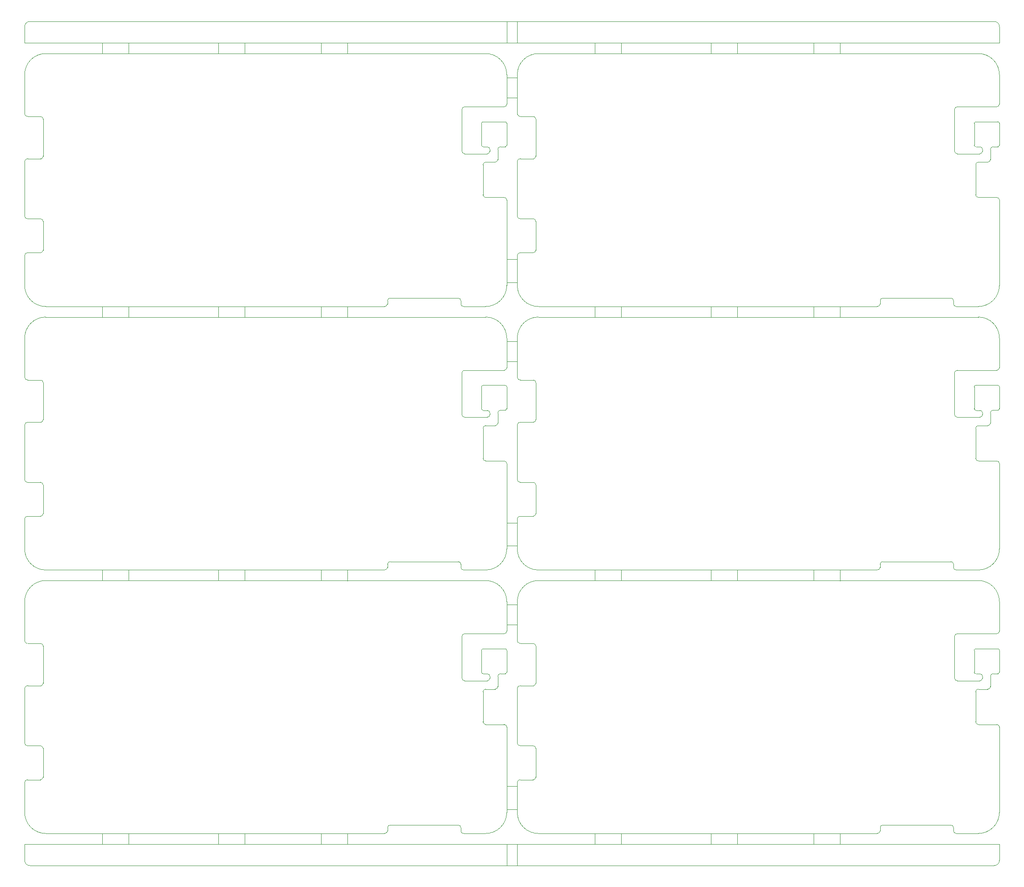
<source format=gko>
*
%FSLAX26Y26*%
%MOIN*%
%ADD10C,0.004000*%
%ADD11C,0.003937*%
%IPPOS*%
%LNsz06c02807a0.gko*%
%LPD*%
G75*
G54D10*
X2728340Y303144D02*
G03X2708660Y283464I5J-19685D01*
X2685040Y240154D02*
G03X2708660Y259844I1970J21650D01*
X3255900D02*
G03X3275590Y240154I19690J0D01*
X3255900Y283464D02*
G03X3236220Y303144I-19685J-5D01*
X3551180Y1434164D02*
G03X3531490Y1413384I545J-20235D01*
X118110Y641724D02*
G03X137790Y661414I-5J19685D01*
X20730Y641724D02*
G03X0Y622044I-520J-20210D01*
X3263770Y1401174D02*
G03X3283460Y1381494I19685J5D01*
X3452750D02*
G03X3472440Y1401174I0J19690D01*
Y1413384D02*
G03X3452750Y1433154I-19730J40D01*
X3511810Y1318514D02*
G03X3531490Y1338184I5J19675D01*
X3598420Y1608354D02*
G03X3586610Y1620174I-11815J5D01*
X3586480Y1434154D02*
G03X3598290Y1445964I0J11810D01*
X3410480Y1445154D02*
G03X3422290Y1433344I11810J0D01*
X3422330Y1620174D02*
G03X3410520Y1608354I0J-11810D01*
X3440940Y1318514D02*
G03X3421250Y1299204I-190J-19500D01*
X3283460Y1732284D02*
G03X3263770Y1712594I0J-19690D01*
X3578740Y1732284D02*
G03X3598420Y1751964I-5J19685D01*
Y1972434D02*
G03X3440940Y2129914I-157480J0D01*
Y240154D02*
G03X3598420Y397634I0J157480D01*
X157480Y2129914D02*
G03X0Y1972434I0J-157480D01*
Y397634D02*
G03X157480Y240154I157480J-0D01*
X137790Y875154D02*
G03X118110Y895884I-20210J520D01*
X137790Y1639764D02*
G03X122040Y1659444I-17716J1964D01*
Y1344484D02*
G03X137790Y1364174I-1970J17720D01*
X23620Y1344484D02*
G03X0Y1324804I-1970J-21650D01*
Y1679134D02*
G03X23620Y1659444I21656J1965D01*
X0Y915674D02*
G03X19630Y896044I19630J-0D01*
X3598420Y1035364D02*
G03X3578740Y1055054I-19690J0D01*
X3421250Y1074804D02*
G03X3440940Y1055114I19690J0D01*
X2708660Y259844D02*
G01Y283464D01*
X3255900Y259844D02*
Y283464D01*
X20730Y641724D02*
X118110D01*
X3551180Y1434164D02*
X3588470D01*
X3283460Y1381494D02*
X3452750D01*
X3440940Y1318514D02*
X3511810D01*
X3472440Y1401174D02*
Y1413384D01*
X3531490Y1338184D02*
Y1413384D01*
X3424210Y1433154D02*
X3452750D01*
X3410520Y1446154D02*
Y1608354D01*
X3598420Y1446154D02*
Y1608354D01*
X137790Y1364174D02*
Y1639764D01*
X0Y915674D02*
Y1324804D01*
X19630Y895884D02*
X118110D01*
X137790Y661414D02*
Y876214D01*
X3422330Y1620174D02*
X3584740D01*
X3283460Y1732284D02*
X3578740D01*
X0Y1679134D02*
Y1972434D01*
X157480Y2129914D02*
X3440940D01*
X23620Y1659444D02*
X122040D01*
X23620Y1344484D02*
X122040D01*
X0Y397634D02*
Y622044D01*
X157480Y240154D02*
X2685040D01*
X3598420Y397634D02*
Y1035434D01*
X3440940Y1055114D02*
X3578740D01*
X3421250Y1074804D02*
Y1299204D01*
X3598420Y1751964D02*
Y1972434D01*
X2728340Y303144D02*
X3236220D01*
X3275590Y240154D02*
X3440940D01*
X3263770Y1401174D02*
Y1712594D01*
X2728340Y2271644D02*
G03X2708660Y2251964I5J-19685D01*
X2685040Y2208654D02*
G03X2708660Y2228344I1970J21650D01*
X3255900D02*
G03X3275590Y2208654I19690J0D01*
X3255900Y2251964D02*
G03X3236220Y2271644I-19685J-5D01*
X3551180Y3402664D02*
G03X3531490Y3381884I545J-20235D01*
X118110Y2610224D02*
G03X137790Y2629914I-5J19685D01*
X20730Y2610224D02*
G03X0Y2590544I-520J-20210D01*
X3263770Y3369674D02*
G03X3283460Y3349994I19685J5D01*
X3452750D02*
G03X3472440Y3369674I0J19690D01*
Y3381884D02*
G03X3452750Y3401654I-19730J40D01*
X3511810Y3287014D02*
G03X3531490Y3306684I5J19675D01*
X3598420Y3576854D02*
G03X3586610Y3588674I-11815J5D01*
X3586480Y3402654D02*
G03X3598290Y3414464I0J11810D01*
X3410480Y3413654D02*
G03X3422290Y3401844I11810J0D01*
X3422330Y3588674D02*
G03X3410520Y3576854I0J-11810D01*
X3440940Y3287014D02*
G03X3421250Y3267704I-190J-19500D01*
X3283460Y3700784D02*
G03X3263770Y3681094I0J-19690D01*
X3578740Y3700784D02*
G03X3598420Y3720464I-5J19685D01*
Y3940934D02*
G03X3440940Y4098414I-157480J0D01*
Y2208654D02*
G03X3598420Y2366134I0J157480D01*
X157480Y4098414D02*
G03X0Y3940934I0J-157480D01*
Y2366134D02*
G03X157480Y2208654I157480J-0D01*
X137790Y2843654D02*
G03X118110Y2864384I-20210J520D01*
X137790Y3608264D02*
G03X122040Y3627944I-17716J1964D01*
Y3312984D02*
G03X137790Y3332674I-1970J17720D01*
X23620Y3312984D02*
G03X0Y3293304I-1970J-21650D01*
Y3647634D02*
G03X23620Y3627944I21656J1965D01*
X0Y2884174D02*
G03X19630Y2864544I19630J-0D01*
X3598420Y3003864D02*
G03X3578740Y3023554I-19690J0D01*
X3421250Y3043304D02*
G03X3440940Y3023614I19690J0D01*
X2708660Y2228344D02*
G01Y2251964D01*
X3255900Y2228344D02*
Y2251964D01*
X20730Y2610224D02*
X118110D01*
X3551180Y3402664D02*
X3588470D01*
X3283460Y3349994D02*
X3452750D01*
X3440940Y3287014D02*
X3511810D01*
X3472440Y3369674D02*
Y3381884D01*
X3531490Y3306684D02*
Y3381884D01*
X3424210Y3401654D02*
X3452750D01*
X3410520Y3414654D02*
Y3576854D01*
X3598420Y3414654D02*
Y3576854D01*
X137790Y3332674D02*
Y3608264D01*
X0Y2884174D02*
Y3293304D01*
X19630Y2864384D02*
X118110D01*
X137790Y2629914D02*
Y2844714D01*
X3422330Y3588674D02*
X3584740D01*
X3283460Y3700784D02*
X3578740D01*
X0Y3647634D02*
Y3940934D01*
X157480Y4098414D02*
X3440940D01*
X23620Y3627944D02*
X122040D01*
X23620Y3312984D02*
X122040D01*
X0Y2366134D02*
Y2590544D01*
X157480Y2208654D02*
X2685040D01*
X3598420Y2366134D02*
Y3003934D01*
X3440940Y3023614D02*
X3578740D01*
X3421250Y3043304D02*
Y3267704D01*
X3598420Y3720464D02*
Y3940934D01*
X2728340Y2271644D02*
X3236220D01*
X3275590Y2208654D02*
X3440940D01*
X3263770Y3369674D02*
Y3681094D01*
X2728340Y4240145D02*
G03X2708660Y4220465I5J-19685D01*
X2685040Y4177155D02*
G03X2708660Y4196845I1970J21650D01*
X3255900D02*
G03X3275590Y4177155I19690J0D01*
X3255900Y4220465D02*
G03X3236220Y4240145I-19685J-5D01*
X3551180Y5371165D02*
G03X3531490Y5350385I545J-20235D01*
X118110Y4578725D02*
G03X137790Y4598415I-5J19685D01*
X20730Y4578725D02*
G03X0Y4559045I-520J-20210D01*
X3263770Y5338175D02*
G03X3283460Y5318495I19685J5D01*
X3452750D02*
G03X3472440Y5338175I0J19690D01*
Y5350385D02*
G03X3452750Y5370155I-19730J40D01*
X3511810Y5255515D02*
G03X3531490Y5275185I5J19675D01*
X3598420Y5545355D02*
G03X3586610Y5557175I-11815J5D01*
X3586480Y5371155D02*
G03X3598290Y5382965I0J11810D01*
X3410480Y5382155D02*
G03X3422290Y5370345I11810J0D01*
X3422330Y5557175D02*
G03X3410520Y5545355I0J-11810D01*
X3440940Y5255515D02*
G03X3421250Y5236205I-190J-19500D01*
X3283460Y5669285D02*
G03X3263770Y5649595I0J-19690D01*
X3578740Y5669285D02*
G03X3598420Y5688965I-5J19685D01*
Y5909435D02*
G03X3440940Y6066915I-157480J0D01*
Y4177155D02*
G03X3598420Y4334635I0J157480D01*
X157480Y6066915D02*
G03X0Y5909435I0J-157480D01*
Y4334635D02*
G03X157480Y4177155I157480J-0D01*
X137790Y4812155D02*
G03X118110Y4832885I-20210J520D01*
X137790Y5576765D02*
G03X122040Y5596445I-17716J1964D01*
Y5281485D02*
G03X137790Y5301175I-1970J17720D01*
X23620Y5281485D02*
G03X0Y5261805I-1970J-21650D01*
Y5616135D02*
G03X23620Y5596445I21656J1965D01*
X0Y4852675D02*
G03X19630Y4833045I19630J-0D01*
X3598420Y4972365D02*
G03X3578740Y4992055I-19690J0D01*
X3421250Y5011805D02*
G03X3440940Y4992115I19690J0D01*
X2708660Y4196845D02*
G01Y4220465D01*
X3255900Y4196845D02*
Y4220465D01*
X20730Y4578725D02*
X118110D01*
X3551180Y5371165D02*
X3588470D01*
X3283460Y5318495D02*
X3452750D01*
X3440940Y5255515D02*
X3511810D01*
X3472440Y5338175D02*
Y5350385D01*
X3531490Y5275185D02*
Y5350385D01*
X3424210Y5370155D02*
X3452750D01*
X3410520Y5383155D02*
Y5545355D01*
X3598420Y5383155D02*
Y5545355D01*
X137790Y5301175D02*
Y5576765D01*
X0Y4852675D02*
Y5261805D01*
X19630Y4832885D02*
X118110D01*
X137790Y4598415D02*
Y4813215D01*
X3422330Y5557175D02*
X3584740D01*
X3283460Y5669285D02*
X3578740D01*
X0Y5616135D02*
Y5909435D01*
X157480Y6066915D02*
X3440940D01*
X23620Y5596445D02*
X122040D01*
X23620Y5281485D02*
X122040D01*
X0Y4334635D02*
Y4559045D01*
X157480Y4177155D02*
X2685040D01*
X3598420Y4334635D02*
Y4972435D01*
X3440940Y4992115D02*
X3578740D01*
X3421250Y5011805D02*
Y5236205D01*
X3598420Y5688965D02*
Y5909435D01*
X2728340Y4240145D02*
X3236220D01*
X3275590Y4177155D02*
X3440940D01*
X3263770Y5338175D02*
Y5649595D01*
X6405500Y303144D02*
G03X6385820Y283464I5J-19685D01*
X6362200Y240154D02*
G03X6385820Y259844I1970J21650D01*
X6933060D02*
G03X6952750Y240154I19690J0D01*
X6933060Y283464D02*
G03X6913380Y303144I-19685J-5D01*
X7228340Y1434164D02*
G03X7208650Y1413384I545J-20235D01*
X3795270Y641724D02*
G03X3814950Y661414I-5J19685D01*
X3697890Y641724D02*
G03X3677160Y622044I-520J-20210D01*
X6940930Y1401174D02*
G03X6960620Y1381494I19685J5D01*
X7129910D02*
G03X7149600Y1401174I0J19690D01*
Y1413384D02*
G03X7129910Y1433154I-19730J40D01*
X7188970Y1318514D02*
G03X7208650Y1338184I5J19675D01*
X7275580Y1608354D02*
G03X7263770Y1620174I-11815J5D01*
X7263640Y1434154D02*
G03X7275450Y1445964I0J11810D01*
X7087640Y1445154D02*
G03X7099450Y1433344I11810J0D01*
X7099490Y1620174D02*
G03X7087680Y1608354I0J-11810D01*
X7118100Y1318514D02*
G03X7098410Y1299204I-190J-19500D01*
X6960620Y1732284D02*
G03X6940930Y1712594I0J-19690D01*
X7255900Y1732284D02*
G03X7275580Y1751964I-5J19685D01*
Y1972434D02*
G03X7118100Y2129914I-157480J0D01*
Y240154D02*
G03X7275580Y397634I0J157480D01*
X3834640Y2129914D02*
G03X3677160Y1972434I0J-157480D01*
Y397634D02*
G03X3834640Y240154I157480J-0D01*
X3814950Y875154D02*
G03X3795270Y895884I-20210J520D01*
X3814950Y1639764D02*
G03X3799200Y1659444I-17716J1964D01*
Y1344484D02*
G03X3814950Y1364174I-1970J17720D01*
X3700780Y1344484D02*
G03X3677160Y1324804I-1970J-21650D01*
Y1679134D02*
G03X3700780Y1659444I21656J1965D01*
X3677160Y915674D02*
G03X3696790Y896044I19630J-0D01*
X7275580Y1035364D02*
G03X7255900Y1055054I-19690J0D01*
X7098410Y1074804D02*
G03X7118100Y1055114I19690J0D01*
X6385820Y259844D02*
G01Y283464D01*
X6933060Y259844D02*
Y283464D01*
X3697890Y641724D02*
X3795270D01*
X7228340Y1434164D02*
X7265630D01*
X6960620Y1381494D02*
X7129910D01*
X7118100Y1318514D02*
X7188970D01*
X7149600Y1401174D02*
Y1413384D01*
X7208650Y1338184D02*
Y1413384D01*
X7101370Y1433154D02*
X7129910D01*
X7087680Y1446154D02*
Y1608354D01*
X7275580Y1446154D02*
Y1608354D01*
X3814950Y1364174D02*
Y1639764D01*
X3677160Y915674D02*
Y1324804D01*
X3696790Y895884D02*
X3795270D01*
X3814950Y661414D02*
Y876214D01*
X7099490Y1620174D02*
X7261900D01*
X6960620Y1732284D02*
X7255900D01*
X3677160Y1679134D02*
Y1972434D01*
X3834640Y2129914D02*
X7118100D01*
X3700780Y1659444D02*
X3799200D01*
X3700780Y1344484D02*
X3799200D01*
X3677160Y397634D02*
Y622044D01*
X3834640Y240154D02*
X6362200D01*
X7275580Y397634D02*
Y1035434D01*
X7118100Y1055114D02*
X7255900D01*
X7098410Y1074804D02*
Y1299204D01*
X7275580Y1751964D02*
Y1972434D01*
X6405500Y303144D02*
X6913380D01*
X6952750Y240154D02*
X7118100D01*
X6940930Y1401174D02*
Y1712594D01*
X6405500Y2271644D02*
G03X6385820Y2251964I5J-19685D01*
X6362200Y2208654D02*
G03X6385820Y2228344I1970J21650D01*
X6933060D02*
G03X6952750Y2208654I19690J0D01*
X6933060Y2251964D02*
G03X6913380Y2271644I-19685J-5D01*
X7228340Y3402664D02*
G03X7208650Y3381884I545J-20235D01*
X3795270Y2610224D02*
G03X3814950Y2629914I-5J19685D01*
X3697890Y2610224D02*
G03X3677160Y2590544I-520J-20210D01*
X6940930Y3369674D02*
G03X6960620Y3349994I19685J5D01*
X7129910D02*
G03X7149600Y3369674I0J19690D01*
Y3381884D02*
G03X7129910Y3401654I-19730J40D01*
X7188970Y3287014D02*
G03X7208650Y3306684I5J19675D01*
X7275580Y3576854D02*
G03X7263770Y3588674I-11815J5D01*
X7263640Y3402654D02*
G03X7275450Y3414464I0J11810D01*
X7087640Y3413654D02*
G03X7099450Y3401844I11810J0D01*
X7099490Y3588674D02*
G03X7087680Y3576854I0J-11810D01*
X7118100Y3287014D02*
G03X7098410Y3267704I-190J-19500D01*
X6960620Y3700784D02*
G03X6940930Y3681094I0J-19690D01*
X7255900Y3700784D02*
G03X7275580Y3720464I-5J19685D01*
Y3940934D02*
G03X7118100Y4098414I-157480J0D01*
Y2208654D02*
G03X7275580Y2366134I0J157480D01*
X3834640Y4098414D02*
G03X3677160Y3940934I0J-157480D01*
Y2366134D02*
G03X3834640Y2208654I157480J-0D01*
X3814950Y2843654D02*
G03X3795270Y2864384I-20210J520D01*
X3814950Y3608264D02*
G03X3799200Y3627944I-17716J1964D01*
Y3312984D02*
G03X3814950Y3332674I-1970J17720D01*
X3700780Y3312984D02*
G03X3677160Y3293304I-1970J-21650D01*
Y3647634D02*
G03X3700780Y3627944I21656J1965D01*
X3677160Y2884174D02*
G03X3696790Y2864544I19630J-0D01*
X7275580Y3003864D02*
G03X7255900Y3023554I-19690J0D01*
X7098410Y3043304D02*
G03X7118100Y3023614I19690J0D01*
X6385820Y2228344D02*
G01Y2251964D01*
X6933060Y2228344D02*
Y2251964D01*
X3697890Y2610224D02*
X3795270D01*
X7228340Y3402664D02*
X7265630D01*
X6960620Y3349994D02*
X7129910D01*
X7118100Y3287014D02*
X7188970D01*
X7149600Y3369674D02*
Y3381884D01*
X7208650Y3306684D02*
Y3381884D01*
X7101370Y3401654D02*
X7129910D01*
X7087680Y3414654D02*
Y3576854D01*
X7275580Y3414654D02*
Y3576854D01*
X3814950Y3332674D02*
Y3608264D01*
X3677160Y2884174D02*
Y3293304D01*
X3696790Y2864384D02*
X3795270D01*
X3814950Y2629914D02*
Y2844714D01*
X7099490Y3588674D02*
X7261900D01*
X6960620Y3700784D02*
X7255900D01*
X3677160Y3647634D02*
Y3940934D01*
X3834640Y4098414D02*
X7118100D01*
X3700780Y3627944D02*
X3799200D01*
X3700780Y3312984D02*
X3799200D01*
X3677160Y2366134D02*
Y2590544D01*
X3834640Y2208654D02*
X6362200D01*
X7275580Y2366134D02*
Y3003934D01*
X7118100Y3023614D02*
X7255900D01*
X7098410Y3043304D02*
Y3267704D01*
X7275580Y3720464D02*
Y3940934D01*
X6405500Y2271644D02*
X6913380D01*
X6952750Y2208654D02*
X7118100D01*
X6940930Y3369674D02*
Y3681094D01*
X6405500Y4240145D02*
G03X6385820Y4220465I5J-19685D01*
X6362200Y4177155D02*
G03X6385820Y4196845I1970J21650D01*
X6933060D02*
G03X6952750Y4177155I19690J0D01*
X6933060Y4220465D02*
G03X6913380Y4240145I-19685J-5D01*
X7228340Y5371165D02*
G03X7208650Y5350385I545J-20235D01*
X3795270Y4578725D02*
G03X3814950Y4598415I-5J19685D01*
X3697890Y4578725D02*
G03X3677160Y4559045I-520J-20210D01*
X6940930Y5338175D02*
G03X6960620Y5318495I19685J5D01*
X7129910D02*
G03X7149600Y5338175I0J19690D01*
Y5350385D02*
G03X7129910Y5370155I-19730J40D01*
X7188970Y5255515D02*
G03X7208650Y5275185I5J19675D01*
X7275580Y5545355D02*
G03X7263770Y5557175I-11815J5D01*
X7263640Y5371155D02*
G03X7275450Y5382965I0J11810D01*
X7087640Y5382155D02*
G03X7099450Y5370345I11810J0D01*
X7099490Y5557175D02*
G03X7087680Y5545355I0J-11810D01*
X7118100Y5255515D02*
G03X7098410Y5236205I-190J-19500D01*
X6960620Y5669285D02*
G03X6940930Y5649595I0J-19690D01*
X7255900Y5669285D02*
G03X7275580Y5688965I-5J19685D01*
Y5909435D02*
G03X7118100Y6066915I-157480J0D01*
Y4177155D02*
G03X7275580Y4334635I0J157480D01*
X3834640Y6066915D02*
G03X3677160Y5909435I0J-157480D01*
Y4334635D02*
G03X3834640Y4177155I157480J-0D01*
X3814950Y4812155D02*
G03X3795270Y4832885I-20210J520D01*
X3814950Y5576765D02*
G03X3799200Y5596445I-17716J1964D01*
Y5281485D02*
G03X3814950Y5301175I-1970J17720D01*
X3700780Y5281485D02*
G03X3677160Y5261805I-1970J-21650D01*
Y5616135D02*
G03X3700780Y5596445I21656J1965D01*
X3677160Y4852675D02*
G03X3696790Y4833045I19630J-0D01*
X7275580Y4972365D02*
G03X7255900Y4992055I-19690J0D01*
X7098410Y5011805D02*
G03X7118100Y4992115I19690J0D01*
X6385820Y4196845D02*
G01Y4220465D01*
X6933060Y4196845D02*
Y4220465D01*
X3697890Y4578725D02*
X3795270D01*
X7228340Y5371165D02*
X7265630D01*
X6960620Y5318495D02*
X7129910D01*
X7118100Y5255515D02*
X7188970D01*
X7149600Y5338175D02*
Y5350385D01*
X7208650Y5275185D02*
Y5350385D01*
X7101370Y5370155D02*
X7129910D01*
X7087680Y5383155D02*
Y5545355D01*
X7275580Y5383155D02*
Y5545355D01*
X3814950Y5301175D02*
Y5576765D01*
X3677160Y4852675D02*
Y5261805D01*
X3696790Y4832885D02*
X3795270D01*
X3814950Y4598415D02*
Y4813215D01*
X7099490Y5557175D02*
X7261900D01*
X6960620Y5669285D02*
X7255900D01*
X3677160Y5616135D02*
Y5909435D01*
X3834640Y6066915D02*
X7118100D01*
X3700780Y5596445D02*
X3799200D01*
X3700780Y5281485D02*
X3799200D01*
X3677160Y4334635D02*
Y4559045D01*
X3834640Y4177155D02*
X6362200D01*
X7275580Y4334635D02*
Y4972435D01*
X7118100Y4992115D02*
X7255900D01*
X7098410Y5011805D02*
Y5236205D01*
X7275580Y5688965D02*
Y5909435D01*
X6405500Y4240145D02*
X6913380D01*
X6952750Y4177155D02*
X7118100D01*
X6940930Y5338175D02*
Y5649595D01*
G54D11*
X3677146Y421265D02*
X3598409D01*
X3677146Y593304D02*
X3598409D01*
Y1799215D02*
X3677146D01*
X3598409Y1948815D02*
X3677146D01*
X775900Y161417D02*
Y240157D01*
X579050Y161417D02*
Y240157D01*
X2409285Y159659D02*
Y240157D01*
X2212435Y161417D02*
Y240157D01*
X1642042Y161417D02*
Y240157D01*
X1445192Y161417D02*
Y240157D01*
X0Y39370D02*
Y161417D01*
X775900Y2129921D02*
Y2208661D01*
X579050Y2129921D02*
Y2208661D01*
X2409285Y2129921D02*
Y2208661D01*
X2212435Y2129921D02*
Y2208661D01*
X1642042Y2129921D02*
Y2208661D01*
X1445192Y2129921D02*
Y2208661D01*
X4453066Y161417D02*
Y240157D01*
X4256215Y161417D02*
Y240157D01*
X6086451Y159659D02*
Y240157D01*
X5889600Y161417D02*
Y240157D01*
X5319207Y161417D02*
Y240157D01*
X5122357Y161417D02*
Y240157D01*
X7275585Y39370D02*
Y161417D01*
X4453066Y2129921D02*
Y2208661D01*
X4256215Y2129921D02*
Y2208661D01*
X6086451Y2129921D02*
Y2208661D01*
X5889600Y2129921D02*
Y2208661D01*
X5319207Y2129921D02*
Y2208661D01*
X5122357Y2129921D02*
Y2208661D01*
X3677146Y2389769D02*
X3598409D01*
X3677146Y2561808D02*
X3598409D01*
Y3767719D02*
X3677146D01*
X3598409Y3917319D02*
X3677146D01*
X775900Y2129921D02*
Y2208661D01*
X579050Y2129921D02*
Y2208661D01*
X2409285Y2128163D02*
Y2208661D01*
X2212435Y2129921D02*
Y2208661D01*
X1642042Y2129921D02*
Y2208661D01*
X1445192Y2129921D02*
Y2208661D01*
X775900Y4098425D02*
Y4177165D01*
X579050Y4098425D02*
Y4177165D01*
X2409285Y4098425D02*
Y4177165D01*
X2212435Y4098425D02*
Y4177165D01*
X1642042Y4098425D02*
Y4177165D01*
X1445192Y4098425D02*
Y4177165D01*
X4453066Y2129921D02*
Y2208661D01*
X4256215Y2129921D02*
Y2208661D01*
X6086451Y2128163D02*
Y2208661D01*
X5889600Y2129921D02*
Y2208661D01*
X5319207Y2129921D02*
Y2208661D01*
X5122357Y2129921D02*
Y2208661D01*
X4453066Y4098425D02*
Y4177165D01*
X4256215Y4098425D02*
Y4177165D01*
X6086451Y4098425D02*
Y4177165D01*
X5889600Y4098425D02*
Y4177165D01*
X5319207Y4098425D02*
Y4177165D01*
X5122357Y4098425D02*
Y4177165D01*
X3677146Y4358272D02*
X3598409D01*
X3677146Y4530312D02*
X3598409D01*
Y5736222D02*
X3677146D01*
X3598409Y5885822D02*
X3677146D01*
X775900Y4098425D02*
Y4177165D01*
X579050Y4098425D02*
Y4177165D01*
X2409285Y4096667D02*
Y4177165D01*
X2212435Y4098425D02*
Y4177165D01*
X1642042Y4098425D02*
Y4177165D01*
X1445192Y4098425D02*
Y4177165D01*
X775900Y6066929D02*
Y6145669D01*
X579050Y6066929D02*
Y6145669D01*
X2409285Y6066929D02*
Y6145669D01*
X2212435Y6066929D02*
Y6145669D01*
X1642042Y6066929D02*
Y6145669D01*
X1445192Y6066929D02*
Y6145669D01*
X4453066Y4098425D02*
Y4177165D01*
X4256215Y4098425D02*
Y4177165D01*
X6086451Y4096667D02*
Y4177165D01*
X5889600Y4098425D02*
Y4177165D01*
X5319207Y4098425D02*
Y4177165D01*
X5122357Y4098425D02*
Y4177165D01*
X4453066Y6066929D02*
Y6145669D01*
X4256215Y6066929D02*
Y6145669D01*
X6086451Y6066929D02*
Y6145669D01*
X5889600Y6066929D02*
Y6145669D01*
X5319207Y6066929D02*
Y6145669D01*
X5122357Y6066929D02*
Y6145669D01*
X0D02*
X7275585D01*
X657790Y161417D02*
X7275585D01*
X39370Y0D02*
X7236215D01*
X39370Y6307087D02*
X7236215D01*
X657790Y161417D02*
X0D01*
X7275585Y6145669D02*
Y6267717D01*
X0Y6145669D02*
Y6267717D01*
X39370Y6307087D02*
G03X0Y6267717I0J-39370D01*
X7275585D02*
G03X7236215Y6307087I-39370J0D01*
Y0D02*
G03X7275585Y39370I0J39370D01*
X0D02*
G03X39370Y0I39370J0D01*
X3598409Y161417D02*
G01Y0D01*
X3677160Y161417D02*
Y0D01*
Y6145669D02*
Y6307087D01*
X3598420Y6145669D02*
Y6307087D01*
M02*

</source>
